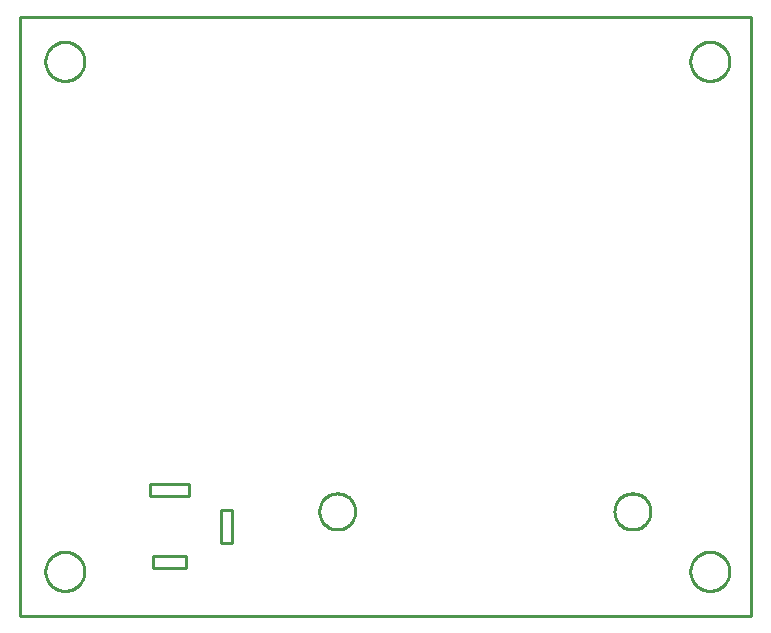
<source format=gbr>
G04 EAGLE Gerber X2 export*
%TF.Part,Single*%
%TF.FileFunction,Profile,NP*%
%TF.FilePolarity,Positive*%
%TF.GenerationSoftware,Autodesk,EAGLE,8.6.0*%
%TF.CreationDate,2018-02-20T16:43:01Z*%
G75*
%MOIN*%
%FSLAX34Y34*%
%LPD*%
%AMOC8*
5,1,8,0,0,1.08239X$1,22.5*%
G01*
%ADD10C,0.010000*%


D10*
X-1500Y10500D02*
X22870Y10500D01*
X22870Y30496D01*
X-1500Y30496D01*
X-1500Y10500D01*
X2949Y12122D02*
X4051Y12122D01*
X4051Y12516D01*
X2949Y12516D01*
X2949Y12122D01*
X2850Y14524D02*
X4150Y14524D01*
X4150Y14917D01*
X2850Y14917D01*
X2850Y14524D01*
X5193Y12949D02*
X5587Y12949D01*
X5587Y14051D01*
X5193Y14051D01*
X5193Y12949D01*
X9680Y13979D02*
X9677Y13936D01*
X9671Y13893D01*
X9662Y13852D01*
X9650Y13810D01*
X9635Y13770D01*
X9617Y13731D01*
X9596Y13694D01*
X9573Y13658D01*
X9547Y13623D01*
X9519Y13591D01*
X9489Y13561D01*
X9457Y13533D01*
X9422Y13507D01*
X9386Y13484D01*
X9349Y13463D01*
X9310Y13445D01*
X9270Y13430D01*
X9228Y13418D01*
X9187Y13409D01*
X9144Y13403D01*
X9101Y13400D01*
X9059Y13400D01*
X9016Y13403D01*
X8973Y13409D01*
X8932Y13418D01*
X8890Y13430D01*
X8850Y13445D01*
X8811Y13463D01*
X8774Y13484D01*
X8738Y13507D01*
X8703Y13533D01*
X8671Y13561D01*
X8641Y13591D01*
X8613Y13623D01*
X8587Y13658D01*
X8564Y13694D01*
X8543Y13731D01*
X8525Y13770D01*
X8510Y13810D01*
X8498Y13852D01*
X8489Y13893D01*
X8483Y13936D01*
X8480Y13979D01*
X8480Y14021D01*
X8483Y14064D01*
X8489Y14107D01*
X8498Y14148D01*
X8510Y14190D01*
X8525Y14230D01*
X8543Y14269D01*
X8564Y14306D01*
X8587Y14342D01*
X8613Y14377D01*
X8641Y14409D01*
X8671Y14439D01*
X8703Y14467D01*
X8738Y14493D01*
X8774Y14516D01*
X8811Y14537D01*
X8850Y14555D01*
X8890Y14570D01*
X8932Y14582D01*
X8973Y14591D01*
X9016Y14597D01*
X9059Y14600D01*
X9101Y14600D01*
X9144Y14597D01*
X9187Y14591D01*
X9228Y14582D01*
X9270Y14570D01*
X9310Y14555D01*
X9349Y14537D01*
X9386Y14516D01*
X9422Y14493D01*
X9457Y14467D01*
X9489Y14439D01*
X9519Y14409D01*
X9547Y14377D01*
X9573Y14342D01*
X9596Y14306D01*
X9617Y14269D01*
X9635Y14230D01*
X9650Y14190D01*
X9662Y14148D01*
X9671Y14107D01*
X9677Y14064D01*
X9680Y14021D01*
X9680Y13979D01*
X19520Y13979D02*
X19517Y13936D01*
X19511Y13893D01*
X19502Y13852D01*
X19490Y13810D01*
X19475Y13770D01*
X19457Y13731D01*
X19436Y13694D01*
X19413Y13658D01*
X19387Y13623D01*
X19359Y13591D01*
X19329Y13561D01*
X19297Y13533D01*
X19262Y13507D01*
X19226Y13484D01*
X19189Y13463D01*
X19150Y13445D01*
X19110Y13430D01*
X19068Y13418D01*
X19027Y13409D01*
X18984Y13403D01*
X18941Y13400D01*
X18899Y13400D01*
X18856Y13403D01*
X18813Y13409D01*
X18772Y13418D01*
X18730Y13430D01*
X18690Y13445D01*
X18651Y13463D01*
X18614Y13484D01*
X18578Y13507D01*
X18543Y13533D01*
X18511Y13561D01*
X18481Y13591D01*
X18453Y13623D01*
X18427Y13658D01*
X18404Y13694D01*
X18383Y13731D01*
X18365Y13770D01*
X18350Y13810D01*
X18338Y13852D01*
X18329Y13893D01*
X18323Y13936D01*
X18320Y13979D01*
X18320Y14021D01*
X18323Y14064D01*
X18329Y14107D01*
X18338Y14148D01*
X18350Y14190D01*
X18365Y14230D01*
X18383Y14269D01*
X18404Y14306D01*
X18427Y14342D01*
X18453Y14377D01*
X18481Y14409D01*
X18511Y14439D01*
X18543Y14467D01*
X18578Y14493D01*
X18614Y14516D01*
X18651Y14537D01*
X18690Y14555D01*
X18730Y14570D01*
X18772Y14582D01*
X18813Y14591D01*
X18856Y14597D01*
X18899Y14600D01*
X18941Y14600D01*
X18984Y14597D01*
X19027Y14591D01*
X19068Y14582D01*
X19110Y14570D01*
X19150Y14555D01*
X19189Y14537D01*
X19226Y14516D01*
X19262Y14493D01*
X19297Y14467D01*
X19329Y14439D01*
X19359Y14409D01*
X19387Y14377D01*
X19413Y14342D01*
X19436Y14306D01*
X19457Y14269D01*
X19475Y14230D01*
X19490Y14190D01*
X19502Y14148D01*
X19511Y14107D01*
X19517Y14064D01*
X19520Y14021D01*
X19520Y13979D01*
X650Y11979D02*
X647Y11936D01*
X642Y11894D01*
X633Y11852D01*
X622Y11811D01*
X609Y11771D01*
X592Y11732D01*
X574Y11693D01*
X552Y11657D01*
X529Y11621D01*
X503Y11587D01*
X475Y11555D01*
X445Y11525D01*
X413Y11497D01*
X379Y11471D01*
X343Y11448D01*
X307Y11426D01*
X268Y11408D01*
X229Y11391D01*
X189Y11378D01*
X148Y11367D01*
X106Y11358D01*
X64Y11353D01*
X21Y11350D01*
X-21Y11350D01*
X-64Y11353D01*
X-106Y11358D01*
X-148Y11367D01*
X-189Y11378D01*
X-229Y11391D01*
X-268Y11408D01*
X-307Y11426D01*
X-343Y11448D01*
X-379Y11471D01*
X-413Y11497D01*
X-445Y11525D01*
X-475Y11555D01*
X-503Y11587D01*
X-529Y11621D01*
X-552Y11657D01*
X-574Y11693D01*
X-592Y11732D01*
X-609Y11771D01*
X-622Y11811D01*
X-633Y11852D01*
X-642Y11894D01*
X-647Y11936D01*
X-650Y11979D01*
X-650Y12021D01*
X-647Y12064D01*
X-642Y12106D01*
X-633Y12148D01*
X-622Y12189D01*
X-609Y12229D01*
X-592Y12268D01*
X-574Y12307D01*
X-552Y12343D01*
X-529Y12379D01*
X-503Y12413D01*
X-475Y12445D01*
X-445Y12475D01*
X-413Y12503D01*
X-379Y12529D01*
X-343Y12552D01*
X-307Y12574D01*
X-268Y12592D01*
X-229Y12609D01*
X-189Y12622D01*
X-148Y12633D01*
X-106Y12642D01*
X-64Y12647D01*
X-21Y12650D01*
X21Y12650D01*
X64Y12647D01*
X106Y12642D01*
X148Y12633D01*
X189Y12622D01*
X229Y12609D01*
X268Y12592D01*
X307Y12574D01*
X343Y12552D01*
X379Y12529D01*
X413Y12503D01*
X445Y12475D01*
X475Y12445D01*
X503Y12413D01*
X529Y12379D01*
X552Y12343D01*
X574Y12307D01*
X592Y12268D01*
X609Y12229D01*
X622Y12189D01*
X633Y12148D01*
X642Y12106D01*
X647Y12064D01*
X650Y12021D01*
X650Y11979D01*
X22150Y28979D02*
X22147Y28936D01*
X22142Y28894D01*
X22133Y28852D01*
X22122Y28811D01*
X22109Y28771D01*
X22092Y28732D01*
X22074Y28693D01*
X22052Y28657D01*
X22029Y28621D01*
X22003Y28587D01*
X21975Y28555D01*
X21945Y28525D01*
X21913Y28497D01*
X21879Y28471D01*
X21843Y28448D01*
X21807Y28426D01*
X21768Y28408D01*
X21729Y28391D01*
X21689Y28378D01*
X21648Y28367D01*
X21606Y28358D01*
X21564Y28353D01*
X21521Y28350D01*
X21479Y28350D01*
X21436Y28353D01*
X21394Y28358D01*
X21352Y28367D01*
X21311Y28378D01*
X21271Y28391D01*
X21232Y28408D01*
X21193Y28426D01*
X21157Y28448D01*
X21121Y28471D01*
X21087Y28497D01*
X21055Y28525D01*
X21025Y28555D01*
X20997Y28587D01*
X20971Y28621D01*
X20948Y28657D01*
X20926Y28693D01*
X20908Y28732D01*
X20891Y28771D01*
X20878Y28811D01*
X20867Y28852D01*
X20858Y28894D01*
X20853Y28936D01*
X20850Y28979D01*
X20850Y29021D01*
X20853Y29064D01*
X20858Y29106D01*
X20867Y29148D01*
X20878Y29189D01*
X20891Y29229D01*
X20908Y29268D01*
X20926Y29307D01*
X20948Y29343D01*
X20971Y29379D01*
X20997Y29413D01*
X21025Y29445D01*
X21055Y29475D01*
X21087Y29503D01*
X21121Y29529D01*
X21157Y29552D01*
X21193Y29574D01*
X21232Y29592D01*
X21271Y29609D01*
X21311Y29622D01*
X21352Y29633D01*
X21394Y29642D01*
X21436Y29647D01*
X21479Y29650D01*
X21521Y29650D01*
X21564Y29647D01*
X21606Y29642D01*
X21648Y29633D01*
X21689Y29622D01*
X21729Y29609D01*
X21768Y29592D01*
X21807Y29574D01*
X21843Y29552D01*
X21879Y29529D01*
X21913Y29503D01*
X21945Y29475D01*
X21975Y29445D01*
X22003Y29413D01*
X22029Y29379D01*
X22052Y29343D01*
X22074Y29307D01*
X22092Y29268D01*
X22109Y29229D01*
X22122Y29189D01*
X22133Y29148D01*
X22142Y29106D01*
X22147Y29064D01*
X22150Y29021D01*
X22150Y28979D01*
X22150Y11979D02*
X22147Y11936D01*
X22142Y11894D01*
X22133Y11852D01*
X22122Y11811D01*
X22109Y11771D01*
X22092Y11732D01*
X22074Y11693D01*
X22052Y11657D01*
X22029Y11621D01*
X22003Y11587D01*
X21975Y11555D01*
X21945Y11525D01*
X21913Y11497D01*
X21879Y11471D01*
X21843Y11448D01*
X21807Y11426D01*
X21768Y11408D01*
X21729Y11391D01*
X21689Y11378D01*
X21648Y11367D01*
X21606Y11358D01*
X21564Y11353D01*
X21521Y11350D01*
X21479Y11350D01*
X21436Y11353D01*
X21394Y11358D01*
X21352Y11367D01*
X21311Y11378D01*
X21271Y11391D01*
X21232Y11408D01*
X21193Y11426D01*
X21157Y11448D01*
X21121Y11471D01*
X21087Y11497D01*
X21055Y11525D01*
X21025Y11555D01*
X20997Y11587D01*
X20971Y11621D01*
X20948Y11657D01*
X20926Y11693D01*
X20908Y11732D01*
X20891Y11771D01*
X20878Y11811D01*
X20867Y11852D01*
X20858Y11894D01*
X20853Y11936D01*
X20850Y11979D01*
X20850Y12021D01*
X20853Y12064D01*
X20858Y12106D01*
X20867Y12148D01*
X20878Y12189D01*
X20891Y12229D01*
X20908Y12268D01*
X20926Y12307D01*
X20948Y12343D01*
X20971Y12379D01*
X20997Y12413D01*
X21025Y12445D01*
X21055Y12475D01*
X21087Y12503D01*
X21121Y12529D01*
X21157Y12552D01*
X21193Y12574D01*
X21232Y12592D01*
X21271Y12609D01*
X21311Y12622D01*
X21352Y12633D01*
X21394Y12642D01*
X21436Y12647D01*
X21479Y12650D01*
X21521Y12650D01*
X21564Y12647D01*
X21606Y12642D01*
X21648Y12633D01*
X21689Y12622D01*
X21729Y12609D01*
X21768Y12592D01*
X21807Y12574D01*
X21843Y12552D01*
X21879Y12529D01*
X21913Y12503D01*
X21945Y12475D01*
X21975Y12445D01*
X22003Y12413D01*
X22029Y12379D01*
X22052Y12343D01*
X22074Y12307D01*
X22092Y12268D01*
X22109Y12229D01*
X22122Y12189D01*
X22133Y12148D01*
X22142Y12106D01*
X22147Y12064D01*
X22150Y12021D01*
X22150Y11979D01*
X650Y28979D02*
X647Y28936D01*
X642Y28894D01*
X633Y28852D01*
X622Y28811D01*
X609Y28771D01*
X592Y28732D01*
X574Y28693D01*
X552Y28657D01*
X529Y28621D01*
X503Y28587D01*
X475Y28555D01*
X445Y28525D01*
X413Y28497D01*
X379Y28471D01*
X343Y28448D01*
X307Y28426D01*
X268Y28408D01*
X229Y28391D01*
X189Y28378D01*
X148Y28367D01*
X106Y28358D01*
X64Y28353D01*
X21Y28350D01*
X-21Y28350D01*
X-64Y28353D01*
X-106Y28358D01*
X-148Y28367D01*
X-189Y28378D01*
X-229Y28391D01*
X-268Y28408D01*
X-307Y28426D01*
X-343Y28448D01*
X-379Y28471D01*
X-413Y28497D01*
X-445Y28525D01*
X-475Y28555D01*
X-503Y28587D01*
X-529Y28621D01*
X-552Y28657D01*
X-574Y28693D01*
X-592Y28732D01*
X-609Y28771D01*
X-622Y28811D01*
X-633Y28852D01*
X-642Y28894D01*
X-647Y28936D01*
X-650Y28979D01*
X-650Y29021D01*
X-647Y29064D01*
X-642Y29106D01*
X-633Y29148D01*
X-622Y29189D01*
X-609Y29229D01*
X-592Y29268D01*
X-574Y29307D01*
X-552Y29343D01*
X-529Y29379D01*
X-503Y29413D01*
X-475Y29445D01*
X-445Y29475D01*
X-413Y29503D01*
X-379Y29529D01*
X-343Y29552D01*
X-307Y29574D01*
X-268Y29592D01*
X-229Y29609D01*
X-189Y29622D01*
X-148Y29633D01*
X-106Y29642D01*
X-64Y29647D01*
X-21Y29650D01*
X21Y29650D01*
X64Y29647D01*
X106Y29642D01*
X148Y29633D01*
X189Y29622D01*
X229Y29609D01*
X268Y29592D01*
X307Y29574D01*
X343Y29552D01*
X379Y29529D01*
X413Y29503D01*
X445Y29475D01*
X475Y29445D01*
X503Y29413D01*
X529Y29379D01*
X552Y29343D01*
X574Y29307D01*
X592Y29268D01*
X609Y29229D01*
X622Y29189D01*
X633Y29148D01*
X642Y29106D01*
X647Y29064D01*
X650Y29021D01*
X650Y28979D01*
M02*

</source>
